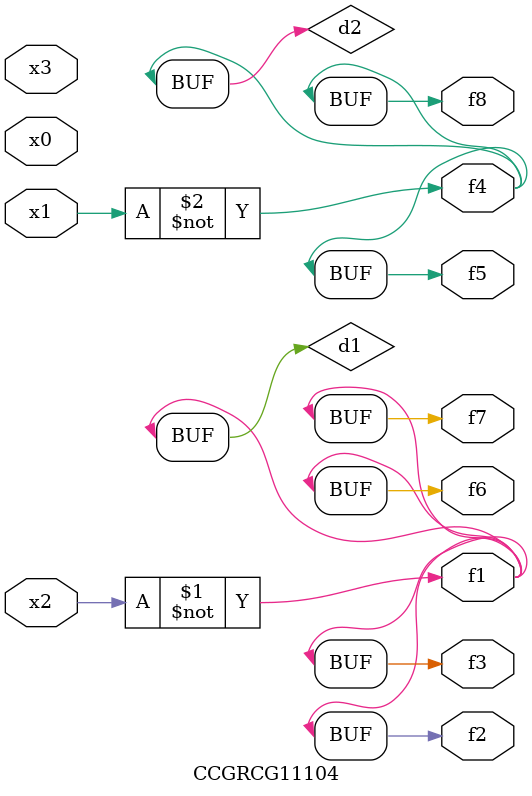
<source format=v>
module CCGRCG11104(
	input x0, x1, x2, x3,
	output f1, f2, f3, f4, f5, f6, f7, f8
);

	wire d1, d2;

	xnor (d1, x2);
	not (d2, x1);
	assign f1 = d1;
	assign f2 = d1;
	assign f3 = d1;
	assign f4 = d2;
	assign f5 = d2;
	assign f6 = d1;
	assign f7 = d1;
	assign f8 = d2;
endmodule

</source>
